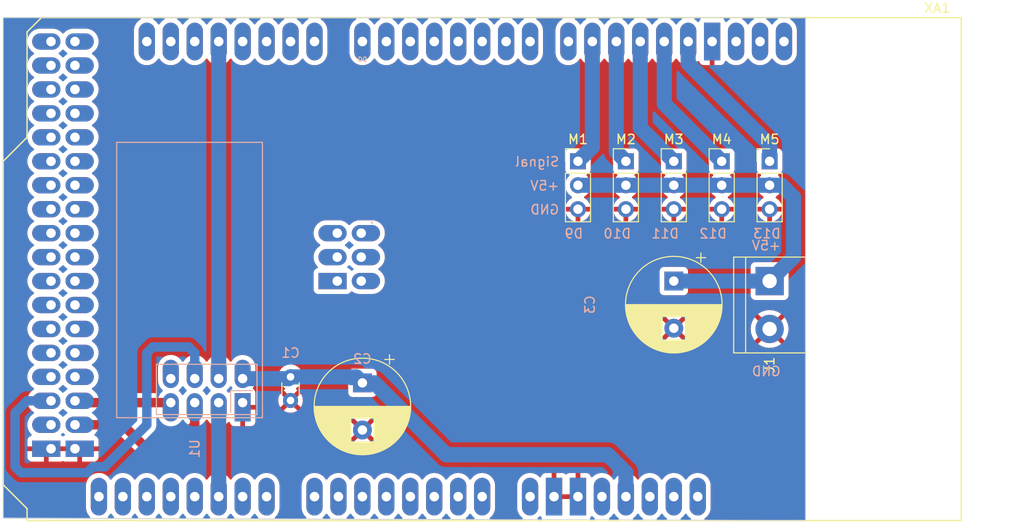
<source format=kicad_pcb>
(kicad_pcb (version 20221018) (generator pcbnew)
  (layers (0 "F.Cu" signal) (31 "B.Cu" signal) (34 "B.Paste" user) (35 "F.Paste" user) (36 "B.SilkS" user "B.Silkscreen") (37 "F.SilkS" user "F.Silkscreen") (38 "B.Mask" user) (39 "F.Mask" user) (44 "Edge.Cuts" user))
  (net 0 "")
  (net 3 "Net-(M4-PWM)")
  (net 4 "Net-(M3-PWM)")
  (net 5 "Net-(M2-PWM)")
  (net 6 "Net-(M1-PWM)")
  (net 15 "Net-(U1-~{CSN})")
  (net 51 "Net-(U1-MISO)")
  (net 52 "Net-(U1-MOSI)")
  (net 62 "Net-(J1-Pin_1)")
  (net 63 "+3.3V")
  (net 72 "Net-(U1-CE)")
  (net 79 "GND")
  (net 87 "Net-(M5-PWM)")
  (net 88 "Net-(U1-SCK)")
  (footprint "Connector_PinHeader_2.54mm:PinHeader_1x03_P2.54mm_Vertical" (layer "F.Cu") (at 91.44 33.02)
    (fp_text reference "M2" (at 0 -2.33) (layer "F.SilkS"))
    (fp_text value "Motor_Servo")
    (pad "1" thru_hole rect (at 0 0) (size 1.7 1.7) (drill 1) (layers "*.Cu" "*.Mask") (net 5 "Net-(M2-PWM)"))
    (pad "2" thru_hole oval (at 0 2.54) (size 1.7 1.7) (drill 1) (layers "*.Cu" "*.Mask") (net 62 "Net-(J1-Pin_1)"))
    (pad "3" thru_hole oval (at 0 5.08) (size 1.7 1.7) (drill 1) (layers "*.Cu" "*.Mask") (net 79 "GND"))
  )
  (footprint "TerminalBlock:TerminalBlock_bornier-2_P5.08mm" (layer "F.Cu") (at 106.68 45.72 -90)
    (fp_text reference "J1" (at 8.89 0 90) (layer "F.SilkS"))
    (fp_text value "Screw_Terminal_01x02")
    (pad "1" thru_hole rect (at 0 0 270) (size 3 3) (drill 1.52) (layers "*.Cu" "*.Mask") (net 62 "Net-(J1-Pin_1)"))
    (pad "2" thru_hole circle (at 5.08 0 270) (size 3 3) (drill 1.52) (layers "*.Cu" "*.Mask") (net 79 "GND"))
  )
  (footprint "Connector_PinHeader_2.54mm:PinHeader_1x03_P2.54mm_Vertical" (layer "F.Cu") (at 86.36 33.02)
    (fp_text reference "M1" (at 0 -2.33) (layer "F.SilkS"))
    (fp_text value "Motor_Servo")
    (pad "1" thru_hole rect (at 0 0) (size 1.7 1.7) (drill 1) (layers "*.Cu" "*.Mask") (net 6 "Net-(M1-PWM)"))
    (pad "2" thru_hole oval (at 0 2.54) (size 1.7 1.7) (drill 1) (layers "*.Cu" "*.Mask") (net 62 "Net-(J1-Pin_1)"))
    (pad "3" thru_hole oval (at 0 5.08) (size 1.7 1.7) (drill 1) (layers "*.Cu" "*.Mask") (net 79 "GND"))
  )
  (footprint "Capacitor_THT:CP_Radial_D10.0mm_P5.00mm" (layer "F.Cu") (at 63.5 56.515 -90)
    (fp_text reference "C2" (at -2.54 0 -180) (layer "B.SilkS") (effects (justify mirror)))
    (fp_text value "470 uF")
    (pad "1" thru_hole rect (at 0 0 270) (size 2 2) (drill 1) (layers "*.Cu" "*.Mask") (net 63 "+3.3V"))
    (pad "2" thru_hole circle (at 5 0 270) (size 2 2) (drill 1) (layers "*.Cu" "*.Mask") (net 79 "GND"))
  )
  (footprint "Connector_PinHeader_2.54mm:PinHeader_1x03_P2.54mm_Vertical" (layer "F.Cu") (at 106.68 33.02)
    (fp_text reference "M5" (at 0 -2.33) (layer "F.SilkS"))
    (fp_text value "Motor_Servo")
    (pad "1" thru_hole rect (at 0 0) (size 1.7 1.7) (drill 1) (layers "*.Cu" "*.Mask") (net 87 "Net-(M5-PWM)"))
    (pad "2" thru_hole oval (at 0 2.54) (size 1.7 1.7) (drill 1) (layers "*.Cu" "*.Mask") (net 62 "Net-(J1-Pin_1)"))
    (pad "3" thru_hole oval (at 0 5.08) (size 1.7 1.7) (drill 1) (layers "*.Cu" "*.Mask") (net 79 "GND"))
  )
  (footprint "Connector_PinHeader_2.54mm:PinHeader_1x03_P2.54mm_Vertical" (layer "F.Cu") (at 101.6 33.02)
    (fp_text reference "M4" (at 0 -2.33) (layer "F.SilkS"))
    (fp_text value "Motor_Servo")
    (pad "1" thru_hole rect (at 0 0) (size 1.7 1.7) (drill 1) (layers "*.Cu" "*.Mask") (net 3 "Net-(M4-PWM)"))
    (pad "2" thru_hole oval (at 0 2.54) (size 1.7 1.7) (drill 1) (layers "*.Cu" "*.Mask") (net 62 "Net-(J1-Pin_1)"))
    (pad "3" thru_hole oval (at 0 5.08) (size 1.7 1.7) (drill 1) (layers "*.Cu" "*.Mask") (net 79 "GND"))
  )
  (footprint "Capacitor_THT:CP_Radial_D10.0mm_P5.00mm" (layer "F.Cu") (at 96.52 45.72 -90)
    (fp_text reference "C3" (at 2.5 8.89 -270) (layer "B.SilkS") (effects (justify mirror)))
    (fp_text value "470 uF")
    (pad "1" thru_hole rect (at 0 0 270) (size 2 2) (drill 1) (layers "*.Cu" "*.Mask") (net 62 "Net-(J1-Pin_1)"))
    (pad "2" thru_hole circle (at 5 0 270) (size 2 2) (drill 1) (layers "*.Cu" "*.Mask") (net 79 "GND"))
  )
  (footprint "Capacitor_THT:C_Disc_D3.0mm_W1.6mm_P2.50mm" (layer "F.Cu") (at 55.88 55.88 -90)
    (fp_text reference "C1" (at -2.54 0 -180) (layer "B.SilkS") (effects (justify mirror)))
    (fp_text value ".1 uF")
    (pad "1" thru_hole circle (at 0 0 270) (size 1.6 1.6) (drill 0.8) (layers "*.Cu" "*.Mask") (net 63 "+3.3V"))
    (pad "2" thru_hole circle (at 2.5 0 270) (size 1.6 1.6) (drill 0.8) (layers "*.Cu" "*.Mask") (net 79 "GND"))
  )
  (footprint "Connector_PinHeader_2.54mm:PinHeader_1x03_P2.54mm_Vertical" (layer "F.Cu") (at 96.52 33.02)
    (fp_text reference "M3" (at 0 -2.33) (layer "F.SilkS"))
    (fp_text value "Motor_Servo")
    (pad "1" thru_hole rect (at 0 0) (size 1.7 1.7) (drill 1) (layers "*.Cu" "*.Mask") (net 4 "Net-(M3-PWM)"))
    (pad "2" thru_hole oval (at 0 2.54) (size 1.7 1.7) (drill 1) (layers "*.Cu" "*.Mask") (net 62 "Net-(J1-Pin_1)"))
    (pad "3" thru_hole oval (at 0 5.08) (size 1.7 1.7) (drill 1) (layers "*.Cu" "*.Mask") (net 79 "GND"))
  )
  (footprint "arduino-library:Arduino_Mega2560_Shield" (layer "B.Cu") (at 127 71.12 180)
    (fp_text reference "XA1" (at 2.54 54.356) (layer "F.SilkS"))
    (fp_text value "Arduino_Mega2560_Shield")
    (fp_text user "D0" (at 63.5 48.895 unlocked) (layer "B.SilkS") (effects (font (size 0.5 0.5) (thickness 0.075)) (justify mirror)))
    (fp_text user "." (at 62.484 32.004) (layer "B.SilkS") (effects (justify mirror)))
    (fp_text user "." (at 62.484 32.004) (layer "F.SilkS") (effects (justify mirror)))
    (fp_text user "D0" (at 63.5 48.895 unlocked) (layer "F.SilkS") (effects (font (size 0.5 0.5) (thickness 0.075))))
    (pad "3V3" thru_hole oval (at 35.56 2.54 180) (size 1.7272 4) (drill 1.016) (layers "*.Cu" "*.Mask") (net 63 "+3.3V"))
    (pad "4" thru_hole oval (at 27.94 2.54 180) (size 1.7272 4) (drill 1.016) (layers "*.Cu" "*.Mask"))
    (pad "5V1" thru_hole oval (at 38.1 2.54 180) (size 1.7272 4) (drill 1.016) (layers "*.Cu" "*.Mask"))
    (pad "5V2" thru_hole oval (at 66.167 30.48 180) (size 3 1.7272) (drill 1.016 (offset 0.5 0)) (layers "*.Cu" "*.Mask"))
    (pad "5V3" thru_hole oval (at 93.98 50.8 180) (size 3 1.7272) (drill 1.016 (offset -0.5 0)) (layers "*.Cu" "*.Mask"))
    (pad "5V4" thru_hole oval (at 96.52 50.8 180) (size 3 1.7272) (drill 1.016 (offset 0.5 0)) (layers "*.Cu" "*.Mask"))
    (pad "A0" thru_hole oval (at 50.8 2.54 180) (size 1.7272 4) (drill 1.016) (layers "*.Cu" "*.Mask"))
    (pad "A1" thru_hole oval (at 53.34 2.54 180) (size 1.7272 4) (drill 1.016) (layers "*.Cu" "*.Mask"))
    (pad "A2" thru_hole oval (at 55.88 2.54 180) (size 1.7272 4) (drill 1.016) (layers "*.Cu" "*.Mask"))
    (pad "A3" thru_hole oval (at 58.42 2.54 180) (size 1.7272 4) (drill 1.016) (layers "*.Cu" "*.Mask"))
    (pad "A4" thru_hole oval (at 60.96 2.54 180) (size 1.7272 4) (drill 1.016) (layers "*.Cu" "*.Mask"))
    (pad "A5" thru_hole oval (at 63.5 2.54 180) (size 1.7272 4) (drill 1.016) (layers "*.Cu" "*.Mask"))
    (pad "A6" thru_hole oval (at 66.04 2.54 180) (size 1.7272 4) (drill 1.016) (layers "*.Cu" "*.Mask"))
    (pad "A7" thru_hole oval (at 68.58 2.54 180) (size 1.7272 4) (drill 1.016) (layers "*.Cu" "*.Mask"))
    (pad "A8" thru_hole oval (at 73.66 2.54 180) (size 1.7272 4) (drill 1.016) (layers "*.Cu" "*.Mask"))
    (pad "A9" thru_hole oval (at 76.2 2.54 180) (size 1.7272 4) (drill 1.016) (layers "*.Cu" "*.Mask"))
    (pad "A10" thru_hole oval (at 78.74 2.54 180) (size 1.7272 4) (drill 1.016) (layers "*.Cu" "*.Mask") (net 72 "Net-(U1-CE)"))
    (pad "A11" thru_hole oval (at 81.28 2.54 180) (size 1.7272 4) (drill 1.016) (layers "*.Cu" "*.Mask"))
    (pad "A12" thru_hole oval (at 83.82 2.54 180) (size 1.7272 4) (drill 1.016) (layers "*.Cu" "*.Mask"))
    (pad "A13" thru_hole oval (at 86.36 2.54 180) (size 1.7272 4) (drill 1.016) (layers "*.Cu" "*.Mask"))
    (pad "A14" thru_hole oval (at 88.9 2.54 180) (size 1.7272 4) (drill 1.016) (layers "*.Cu" "*.Mask"))
    (pad "A15" thru_hole oval (at 91.44 2.54 180) (size 1.7272 4) (drill 1.016) (layers "*.Cu" "*.Mask"))
    (pad "AREF" thru_hole oval (at 23.876 50.8 180) (size 1.7272 4) (drill 1.016) (layers "*.Cu" "*.Mask"))
    (pad "D0" thru_hole oval (at 63.5 50.8 180) (size 1.7272 4) (drill 1.016) (layers "*.Cu" "*.Mask"))
    (pad "D1" thru_hole oval (at 60.96 50.8 180) (size 1.7272 4) (drill 1.016) (layers "*.Cu" "*.Mask"))
    (pad "D2" thru_hole oval (at 58.42 50.8 180) (size 1.7272 4) (drill 1.016) (layers "*.Cu" "*.Mask"))
    (pad "D3" thru_hole oval (at 55.88 50.8 180) (size 1.7272 4) (drill 1.016) (layers "*.Cu" "*.Mask"))
    (pad "D4" thru_hole oval (at 53.34 50.8 180) (size 1.7272 4) (drill 1.016) (layers "*.Cu" "*.Mask"))
    (pad "D5" thru_hole oval (at 50.8 50.8 180) (size 1.7272 4) (drill 1.016) (layers "*.Cu" "*.Mask"))
    (pad "D6" thru_hole oval (at 48.26 50.8 180) (size 1.7272 4) (drill 1.016) (layers "*.Cu" "*.Mask"))
    (pad "D7" thru_hole oval (at 45.72 50.8 180) (size 1.7272 4) (drill 1.016) (layers "*.Cu" "*.Mask"))
    (pad "D8" thru_hole oval (at 41.656 50.8 180) (size 1.7272 4) (drill 1.016) (layers "*.Cu" "*.Mask"))
    (pad "D9" thru_hole oval (at 39.116 50.8 180) (size 1.7272 4) (drill 1.016) (layers "*.Cu" "*.Mask") (net 6 "Net-(M1-PWM)"))
    (pad "D10" thru_hole oval (at 36.576 50.8 180) (size 1.7272 4) (drill 1.016) (layers "*.Cu" "*.Mask") (net 5 "Net-(M2-PWM)"))
    (pad "D11" thru_hole oval (at 34.036 50.8 180) (size 1.7272 4) (drill 1.016) (layers "*.Cu" "*.Mask") (net 4 "Net-(M3-PWM)"))
    (pad "D12" thru_hole oval (at 31.496 50.8 180) (size 1.7272 4) (drill 1.016) (layers "*.Cu" "*.Mask") (net 3 "Net-(M4-PWM)"))
    (pad "D13" thru_hole oval (at 28.956 50.8 180) (size 1.7272 4) (drill 1.016) (layers "*.Cu" "*.Mask") (net 87 "Net-(M5-PWM)"))
    (pad "D14" thru_hole oval (at 68.58 50.8 180) (size 1.7272 4) (drill 1.016) (layers "*.Cu" "*.Mask"))
    (pad "D15" thru_hole oval (at 71.12 50.8 180) (size 1.7272 4) (drill 1.016) (layers "*.Cu" "*.Mask"))
    (pad "D16" thru_hole oval (at 73.66 50.8 180) (size 1.7272 4) (drill 1.016) (layers "*.Cu" "*.Mask"))
    (pad "D17" thru_hole oval (at 76.2 50.8 180) (size 1.7272 4) (drill 1.016) (layers "*.Cu" "*.Mask"))
    (pad "D18" thru_hole oval (at 78.74 50.8 180) (size 1.7272 4) (drill 1.016) (layers "*.Cu" "*.Mask") (net 15 "Net-(U1-~{CSN})"))
    (pad "D19" thru_hole oval (at 81.28 50.8 180) (size 1.7272 4) (drill 1.016) (layers "*.Cu" "*.Mask"))
    (pad "D20" thru_hole oval (at 83.82 50.8 180) (size 1.7272 4) (drill 1.016) (layers "*.Cu" "*.Mask"))
    (pad "D21" thru_hole oval (at 86.36 50.8 180) (size 1.7272 4) (drill 1.016) (layers "*.Cu" "*.Mask"))
    (pad "D22" thru_hole oval (at 93.98 48.26 180) (size 3 1.7272) (drill 1.016 (offset -0.5 0)) (layers "*.Cu" "*.Mask"))
    (pad "D23" thru_hole oval (at 96.52 48.26 180) (size 3 1.7272) (drill 1.016 (offset 0.5 0)) (layers "*.Cu" "*.Mask"))
    (pad "D24" thru_hole oval (at 93.98 45.72 180) (size 3 1.7272) (drill 1.016 (offset -0.5 0)) (layers "*.Cu" "*.Mask"))
    (pad "D25" thru_hole oval (at 96.52 45.72 180) (size 3 1.7272) (drill 1.016 (offset 0.5 0)) (layers "*.Cu" "*.Mask"))
    (pad "D26" thru_hole oval (at 93.98 43.18 180) (size 3 1.7272) (drill 1.016 (offset -0.5 0)) (layers "*.Cu" "*.Mask"))
    (pad "D27" thru_hole oval (at 96.52 43.18 180) (size 3 1.7272) (drill 1.016 (offset 0.5 0)) (layers "*.Cu" "*.Mask"))
    (pad "D28" thru_hole oval (at 93.98 40.64 180) (size 3 1.7272) (drill 1.016 (offset -0.5 0)) (layers "*.Cu" "*.Mask"))
    (pad "D29" thru_hole oval (at 96.52 40.64 180) (size 3 1.7272) (drill 1.016 (offset 0.5 0)) (layers "*.Cu" "*.Mask"))
    (pad "D30" thru_hole oval (at 93.98 38.1 180) (size 3 1.7272) (drill 1.016 (offset -0.5 0)) (layers "*.Cu" "*.Mask"))
    (pad "D31" thru_hole oval (at 96.52 38.1 180) (size 3 1.7272) (drill 1.016 (offset 0.5 0)) (layers "*.Cu" "*.Mask"))
    (pad "D32" thru_hole oval (at 93.98 35.56 180) (size 3 1.7272) (drill 1.016 (offset -0.5 0)) (layers "*.Cu" "*.Mask"))
    (pad "D33" thru_hole oval (at 96.52 35.56 180) (size 3 1.7272) (drill 1.016 (offset 0.5 0)) (layers "*.Cu" "*.Mask"))
    (pad "D34" thru_hole oval (at 93.98 33.02 180) (size 3 1.7272) (drill 1.016 (offset -0.5 0)) (layers "*.Cu" "*.Mask"))
    (pad "D35" thru_hole oval (at 96.52 33.02 180) (size 3 1.7272) (drill 1.016 (offset 0.5 0)) (layers "*.Cu" "*.Mask"))
    (pad "D36" thru_hole oval (at 93.98 30.48 180) (size 3 1.7272) (drill 1.016 (offset -0.5 0)) (layers "*.Cu" "*.Mask"))
    (pad "D37" thru_hole oval (at 96.52 30.48 180) (size 3 1.7272) (drill 1.016 (offset 0.5 0)) (layers "*.Cu" "*.Mask"))
    (pad "D38" thru_hole oval (at 93.98 27.94 180) (size 3 1.7272) (drill 1.016 (offset -0.5 0)) (layers "*.Cu" "*.Mask"))
    (pad "D39" thru_hole oval (at 96.52 27.94 180) (size 3 1.7272) (drill 1.016 (offset 0.5 0)) (layers "*.Cu" "*.Mask"))
    (pad "D40" thru_hole oval (at 93.98 25.4 180) (size 3 1.7272) (drill 1.016 (offset -0.5 0)) (layers "*.Cu" "*.Mask"))
    (pad "D41" thru_hole oval (at 96.52 25.4 180) (size 3 1.7272) (drill 1.016 (offset 0.5 0)) (layers "*.Cu" "*.Mask"))
    (pad "D42" thru_hole oval (at 93.98 22.86 180) (size 3 1.7272) (drill 1.016 (offset -0.5 0)) (layers "*.Cu" "*.Mask"))
    (pad "D43" thru_hole oval (at 96.52 22.86 180) (size 3 1.7272) (drill 1.016 (offset 0.5 0)) (layers "*.Cu" "*.Mask"))
    (pad "D44" thru_hole oval (at 93.98 20.32 180) (size 3 1.7272) (drill 1.016 (offset -0.5 0)) (layers "*.Cu" "*.Mask"))
    (pad "D45" thru_hole oval (at 96.52 20.32 180) (size 3 1.7272) (drill 1.016 (offset 0.5 0)) (layers "*.Cu" "*.Mask"))
    (pad "D46" thru_hole oval (at 93.98 17.78 180) (size 3 1.7272) (drill 1.016 (offset -0.5 0)) (layers "*.Cu" "*.Mask"))
    (pad "D47" thru_hole oval (at 96.52 17.78 180) (size 3 1.7272) (drill 1.016 (offset 0.5 0)) (layers "*.Cu" "*.Mask"))
    (pad "D48" thru_hole oval (at 93.98 15.24 180) (size 3 1.7272) (drill 1.016 (offset -0.5 0)) (layers "*.Cu" "*.Mask"))
    (pad "D49" thru_hole oval (at 96.52 15.24 180) (size 3 1.7272) (drill 1.016 (offset 0.5 0)) (layers "*.Cu" "*.Mask"))
    (pad "D50" thru_hole oval (at 93.98 12.7 180) (size 3 1.7272) (drill 1.016 (offset -0.5 0)) (layers "*.Cu" "*.Mask") (net 51 "Net-(U1-MISO)"))
    (pad "D51" thru_hole oval (at 96.52 12.7 180) (size 3 1.7272) (drill 1.016 (offset 0.5 0)) (layers "*.Cu" "*.Mask") (net 52 "Net-(U1-MOSI)"))
    (pad "D52" thru_hole oval (at 93.98 10.16 180) (size 3 1.7272) (drill 1.016 (offset -0.5 0)) (layers "*.Cu" "*.Mask") (net 88 "Net-(U1-SCK)"))
    (pad "D53" thru_hole oval (at 96.52 10.16 180) (size 3 1.7272) (drill 1.016 (offset 0.5 0)) (layers "*.Cu" "*.Mask"))
    (pad "GND1" thru_hole rect (at 26.416 50.8 180) (size 1.7272 4) (drill 1.016) (layers "*.Cu" "*.Mask") (net 79 "GND"))
    (pad "GND2" thru_hole rect (at 40.64 2.54 180) (size 1.7272 4) (drill 1.016) (layers "*.Cu" "*.Mask") (net 79 "GND"))
    (pad "GND3" thru_hole rect (at 43.18 2.54 180) (size 1.7272 4) (drill 1.016) (layers "*.Cu" "*.Mask") (net 79 "GND"))
    (pad "GND4" thru_hole rect (at 66.167 25.4 180) (size 3 1.7272) (drill 1.016 (offset 0.5 0)) (layers "*.Cu" "*.Mask"))
    (pad "GND5" thru_hole rect (at 93.98 7.62 180) (size 3 1.7272) (drill 1.016 (offset -0.5 0)) (layers "*.Cu" "*.Mask") (net 79 "GND"))
    (pad "GND6" thru_hole rect (at 96.52 7.62 180) (size 3 1.7272) (drill 1.016 (offset 0.5 0)) (layers "*.Cu" "*.Mask") (net 79 "GND"))
    (pad "IORF" thru_hole oval (at 30.48 2.54 180) (size 1.7272 4) (drill 1.016) (layers "*.Cu" "*.Mask"))
    (pad "MISO" thru_hole oval (at 63.627 30.48 180) (size 3 1.7272) (drill 1.016 (offset -0.5 0)) (layers "*.Cu" "*.Mask"))
    (pad "MOSI" thru_hole oval (at 66.167 27.94 180) (size 3 1.7272) (drill 1.016 (offset 0.5 0)) (layers "*.Cu" "*.Mask"))
    (pad "RST1" thru_hole oval (at 33.02 2.54 180) (size 1.7272 4) (drill 1.016) (layers "*.Cu" "*.Mask"))
    (pad "RST2" thru_hole oval (at 63.627 25.4 180) (size 3 1.7272) (drill 1.016 (offset -0.5 0)) (layers "*.Cu" "*.Mask"))
    (pad "SCK" thru_hole oval (at 63.627 27.94 180) (size 3 1.7272) (drill 1.016 (offset -0.5 0)) (layers "*.Cu" "*.Mask"))
    (pad "SCL" thru_hole oval (at 18.796 50.8 180) (size 1.7272 4) (drill 1.016) (layers "*.Cu" "*.Mask"))
    (pad "SDA" thru_hole oval (at 21.336 50.8 180) (size 1.7272 4) (drill 1.016) (layers "*.Cu" "*.Mask"))
    (pad "VIN" thru_hole oval (at 45.72 2.54 180) (size 1.7272 4) (drill 1.016) (layers "*.Cu" "*.Mask"))
  )
  (footprint "RF_Module:nRF24L01_Breakout" (layer "B.Cu") (at 50.8 58.6075 90)
    (fp_text reference "U1" (at -4.8925 -5.08 90) (layer "B.SilkS") (effects (justify mirror)))
    (fp_text value "NRF24L01_Breakout")
    (pad "1" thru_hole rect (at 0 0 90) (size 3 1.7) (drill 1 (offset -0.5 0)) (layers "*.Cu" "*.Mask") (net 79 "GND"))
    (pad "2" thru_hole oval (at 2.54 0 90) (size 3 1.7) (drill 1 (offset 0.5 0)) (layers "*.Cu" "*.Mask") (net 63 "+3.3V"))
    (pad "3" thru_hole oval (at 0 -2.54 90) (size 3 1.7) (drill 1 (offset -0.5 0)) (layers "*.Cu" "*.Mask") (net 72 "Net-(U1-CE)"))
    (pad "4" thru_hole oval (at 2.54 -2.54 90) (size 3 1.7) (drill 1 (offset 0.5 0)) (layers "*.Cu" "*.Mask") (net 15 "Net-(U1-~{CSN})"))
    (pad "5" thru_hole oval (at 0 -5.08 90) (size 3 1.7) (drill 1 (offset -0.5 0)) (layers "*.Cu" "*.Mask") (net 88 "Net-(U1-SCK)"))
    (pad "6" thru_hole oval (at 2.54 -5.08 90) (size 3 1.7) (drill 1 (offset 0.5 0)) (layers "*.Cu" "*.Mask") (net 52 "Net-(U1-MOSI)"))
    (pad "7" thru_hole oval (at 0 -7.62 90) (size 3 1.7) (drill 1 (offset -0.5 0)) (layers "*.Cu" "*.Mask") (net 51 "Net-(U1-MISO)"))
    (pad "8" thru_hole oval (at 2.54 -7.62 90) (size 3 1.7) (drill 1 (offset 0.5 0)) (layers "*.Cu" "*.Mask"))
  )
  (gr_line (start 25.4 70.866) (end 25.4 17.78) (stroke (width 0.1)) (layer "Edge.Cuts"))
  (gr_line (start 25.4 17.78) (end 110.49 17.78) (stroke (width 0.1)) (layer "Edge.Cuts"))
  (gr_line (start 110.49 17.78) (end 110.49 71.12) (stroke (width 0.1)) (layer "Edge.Cuts"))
  (gr_line (start 110.49 71.12) (end 25.4 70.866) (stroke (width 0.1)) (layer "Edge.Cuts"))
  (gr_text "Signal" (at 84.455 33.655) (layer "B.SilkS") (effects (font (size 1 1)) (justify left bottom mirror)))
  (gr_text "GND" (at 107.95 55.88) (layer "B.SilkS") (effects (font (size 1 1)) (justify left bottom mirror)))
  (gr_text "D11" (at 97.155 41.275) (layer "B.SilkS") (effects (font (size 1 1)) (justify left bottom mirror)))
  (gr_text "+5V" (at 107.95 42.545) (layer "B.SilkS") (effects (font (size 1 1)) (justify left bottom mirror)))
  (gr_text "D12" (at 102.235 41.275) (layer "B.SilkS") (effects (font (size 1 1)) (justify left bottom mirror)))
  (gr_text "D9" (at 86.995 41.275) (layer "B.SilkS") (effects (font (size 1 1)) (justify left bottom mirror)))
  (gr_text "D10" (at 92.075 41.275) (layer "B.SilkS") (effects (font (size 1 1)) (justify left bottom mirror)))
  (gr_text "D13" (at 107.95 41.275) (layer "B.SilkS") (effects (font (size 1 1)) (justify left bottom mirror)))
  (gr_text "+5V" (at 84.455 36.195) (layer "B.SilkS") (effects (font (size 1 1)) (justify left bottom mirror)))
  (gr_text "GND" (at 84.455 38.735) (layer "B.SilkS") (effects (font (size 1 1)) (justify left bottom mirror)))
  (segment (start 95.504 26.924) (end 101.6 33.02) (width 1.6) (layer "B.Cu") (net 3))
  (segment (start 95.504 20.32) (end 95.504 26.924) (width 1.6) (layer "B.Cu") (net 3))
  (segment (start 92.964 20.32) (end 92.964 29.464) (width 1.6) (layer "B.Cu") (net 4))
  (segment (start 92.964 29.464) (end 96.52 33.02) (width 1.6) (layer "B.Cu") (net 4))
  (segment (start 90.424 20.32) (end 90.424 32.004) (width 1.6) (layer "B.Cu") (net 5))
  (segment (start 90.424 32.004) (end 91.44 33.02) (width 1.6) (layer "B.Cu") (net 5))
  (segment (start 87.884 31.496) (end 87.884 20.32) (width 1.6) (layer "B.Cu") (net 6))
  (segment (start 86.36 33.02) (end 87.884 31.496) (width 1.6) (layer "B.Cu") (net 6))
  (segment (start 48.26 20.32) (end 48.26 56.0675) (width 1.6) (layer "B.Cu") (net 15))
  (segment (start 43.18 58.6075) (end 33.2075 58.6075) (width 1) (layer "F.Cu") (net 51))
  (segment (start 33.2075 58.6075) (end 33.02 58.42) (width 0.25) (layer "F.Cu") (net 51))
  (segment (start 26.67 65.405) (end 26.67 59.69) (width 1) (layer "B.Cu") (net 52))
  (segment (start 34.925 65.405) (end 34.29 66.04) (width 1) (layer "B.Cu") (net 52))
  (segment (start 40.64 60.96) (end 36.195 65.405) (width 1) (layer "B.Cu") (net 52))
  (segment (start 45.72 53.34) (end 45.085 52.705) (width 1) (layer "B.Cu") (net 52))
  (segment (start 41.275 52.705) (end 40.64 53.34) (width 1) (layer "B.Cu") (net 52))
  (segment (start 40.64 53.34) (end 40.64 60.96) (width 1) (layer "B.Cu") (net 52))
  (segment (start 45.085 52.705) (end 41.275 52.705) (width 1) (layer "B.Cu") (net 52))
  (segment (start 45.72 53.34) (end 45.72 56.0675) (width 1) (layer "B.Cu") (net 52))
  (segment (start 26.67 59.69) (end 27.94 58.42) (width 1) (layer "B.Cu") (net 52))
  (segment (start 27.305 66.04) (end 26.67 65.405) (width 1) (layer "B.Cu") (net 52))
  (segment (start 34.29 66.04) (end 27.305 66.04) (width 1) (layer "B.Cu") (net 52))
  (segment (start 27.94 58.42) (end 30.48 58.42) (width 1) (layer "B.Cu") (net 52))
  (segment (start 36.195 65.405) (end 34.925 65.405) (width 1) (layer "B.Cu") (net 52))
  (segment (start 96.52 45.72) (end 106.68 45.72) (width 1.6) (layer "B.Cu") (net 62))
  (segment (start 106.68 35.56) (end 86.36 35.56) (width 1.6) (layer "B.Cu") (net 62))
  (segment (start 107.95 35.56) (end 106.68 35.56) (width 1.6) (layer "B.Cu") (net 62))
  (segment (start 106.68 45.72) (end 109.22 43.18) (width 1.6) (layer "B.Cu") (net 62))
  (segment (start 109.22 43.18) (end 109.22 36.83) (width 1.6) (layer "B.Cu") (net 62))
  (segment (start 109.22 36.83) (end 107.95 35.56) (width 1.6) (layer "B.Cu") (net 62))
  (segment (start 55.88 55.88) (end 62.865 55.88) (width 1.6) (layer "B.Cu") (net 63))
  (segment (start 62.865 55.88) (end 63.5 56.515) (width 1.6) (layer "B.Cu") (net 63))
  (segment (start 63.5 56.515) (end 64.77 56.515) (width 1.6) (layer "B.Cu") (net 63))
  (segment (start 50.8 56.0675) (end 55.6925 56.0675) (width 1.6) (layer "B.Cu") (net 63))
  (segment (start 91.44 66.04) (end 91.44 68.58) (width 1.6) (layer "B.Cu") (net 63))
  (segment (start 89.535 64.135) (end 91.44 66.04) (width 1.6) (layer "B.Cu") (net 63))
  (segment (start 55.6925 56.0675) (end 55.88 55.88) (width 1.6) (layer "B.Cu") (net 63))
  (segment (start 64.77 56.515) (end 72.39 64.135) (width 1.6) (layer "B.Cu") (net 63))
  (segment (start 72.39 64.135) (end 89.535 64.135) (width 1.6) (layer "B.Cu") (net 63))
  (segment (start 48.26 58.6075) (end 48.26 68.58) (width 1.6) (layer "B.Cu") (net 72))
  (segment (start 98.044 22.6436) (end 106.68 31.2796) (width 1.6) (layer "B.Cu") (net 87))
  (segment (start 98.044 20.32) (end 98.044 22.6436) (width 1.6) (layer "B.Cu") (net 87))
  (segment (start 106.68 31.2796) (end 106.68 33.02) (width 1.6) (layer "B.Cu") (net 87))
  (segment (start 45.72 60.96) (end 45.72 58.6075) (width 1) (layer "F.Cu") (net 88))
  (segment (start 38.1 60.96) (end 40.64 63.5) (width 1) (layer "F.Cu") (net 88))
  (segment (start 43.18 63.5) (end 45.72 60.96) (width 1) (layer "F.Cu") (net 88))
  (segment (start 33.02 60.96) (end 38.1 60.96) (width 1) (layer "F.Cu") (net 88))
  (segment (start 40.64 63.5) (end 43.18 63.5) (width 1) (layer "F.Cu") (net 88))
  (zone (net 79) (net_name "GND") (layer "F.Cu") (priority 6) (connect_pads (clearance 0.508)) (min_thickness 0.25) (fill yes (thermal_gap 0.5) (thermal_bridge_width 0.5))
    (polygon (pts (xy 110.49 17.78) (xy 25.4 17.78) (xy 25.4 71.12) (xy 110.49 71.12)))
  )
  (zone (net 0) (net_name "") (layer "B.Cu") (priority 5) (connect_pads (clearance 0.508)) (min_thickness 0.25) (fill yes (thermal_gap 0.5) (thermal_bridge_width 0.5) (island_removal_mode 1) (island_area_min 10))
    (polygon (pts (xy 110.49 17.78) (xy 25.4 17.78) (xy 25.4 70.866) (xy 110.49 71.12)))
  )
  (zone (net 63) (net_name "+3.3V") (layer "B.Cu") (connect_pads (clearance 0.508)) (min_thickness 0.25) (fill yes (thermal_gap 0.5) (thermal_bridge_width 0.5))
    (polygon (pts (xy 25.4 17.78) (xy 110.49 17.78) (xy 110.49 71.12) (xy 25.4 70.866)))
  )
)
</source>
